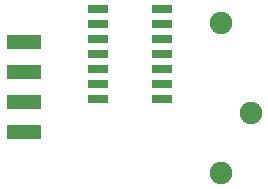
<source format=gts>
G04 project-name*
%FSLAX35Y35*%
%MOMM*%
G04 r.1(1)*
%LPD*%
%ADD10C,1.9*%
D10*
X-4987527Y21270851D02*
D03*

G04 r.2(2)*
%LPD*%
D10*
X-4733527Y20508851D02*
D03*

G04 r.3(3)*
%LPD*%
D10*
X-4987527Y20000851D02*
D03*

G04 i1.1(1)*
%LPD*%
%ADD11R,2.994X1.216*%
D11*
X-6654626Y20348021D02*
D03*

G04 i1.2(2)*
%LPD*%
D11*
X-6654626Y20602021D02*
D03*

G04 i1.3(3)*
%LPD*%
D11*
X-6654626Y20856021D02*
D03*

G04 i1.4(4)*
%LPD*%
D11*
X-6654626Y21110021D02*
D03*

G04 c1.out1(1)*
%LPD*%
%ADD12R,1.75X0.8*%
D12*
X-6029813Y21391540D02*
D03*

G04 c1.in1-(2)*
%LPD*%
D12*
X-6029813Y21264540D02*
D03*

G04 c1.in1+(3)*
%LPD*%
D12*
X-6029813Y21137540D02*
D03*

G04 c1.vcc(4)*
%LPD*%
D12*
X-6029813Y21010540D02*
D03*

G04 c1.in2+(5)*
%LPD*%
D12*
X-6029813Y20883540D02*
D03*

G04 c1.in2-(6)*
%LPD*%
D12*
X-6029813Y20756540D02*
D03*

G04 c1.out2(7)*
%LPD*%
D12*
X-6029813Y20629540D02*
D03*

G04 c1.out4(14)*
%LPD*%
D12*
X-5489813Y21391540D02*
D03*

G04 c1.in4-(13)*
%LPD*%
D12*
X-5489813Y21264540D02*
D03*

G04 c1.in4+(12)*
%LPD*%
D12*
X-5489813Y21137540D02*
D03*

G04 c1.vee(11)*
%LPD*%
D12*
X-5489813Y21010540D02*
D03*

G04 c1.in3+(10)*
%LPD*%
D12*
X-5489813Y20883540D02*
D03*

G04 c1.in3-(9)*
%LPD*%
D12*
X-5489813Y20756540D02*
D03*

G04 c1.out3(8)*
%LPD*%
D12*
X-5489813Y20629540D02*
D03*

M02*
</source>
